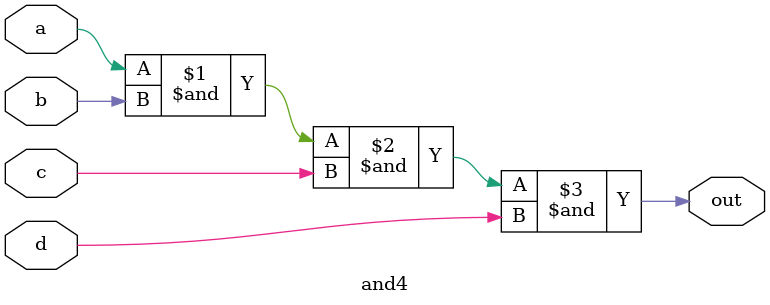
<source format=v>
`timescale 1ns/10ps

module and4(a, b, c, d, out);

input a, b, c, d;
output out;

assign #10 out = a & b & c & d;

endmodule

</source>
